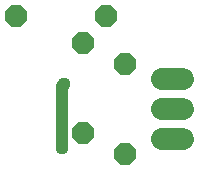
<source format=gbr>
G04 EAGLE Gerber RS-274X export*
G75*
%MOMM*%
%FSLAX34Y34*%
%LPD*%
%INBottom Copper*%
%IPPOS*%
%AMOC8*
5,1,8,0,0,1.08239X$1,22.5*%
G01*
%ADD10P,1.979475X8X112.500000*%
%ADD11P,1.979475X8X202.500000*%
%ADD12C,1.828800*%
%ADD13C,1.112000*%
%ADD14C,1.000000*%


D10*
X137800Y28300D03*
X137800Y104500D03*
D11*
X158000Y127600D03*
X81800Y127600D03*
D10*
X173400Y10400D03*
X173400Y86600D03*
D12*
X204856Y48700D02*
X223144Y48700D01*
X223144Y23300D02*
X204856Y23300D01*
X204856Y74100D02*
X223144Y74100D01*
D13*
X120000Y16000D03*
D14*
X120000Y68000D01*
X122000Y70000D01*
D13*
X122000Y70000D03*
M02*

</source>
